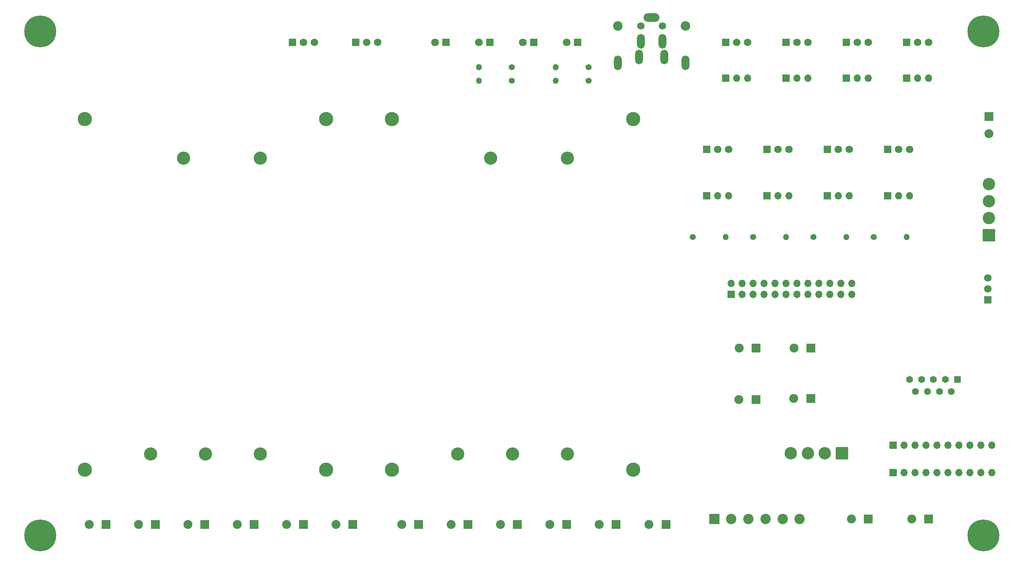
<source format=gbr>
%TF.GenerationSoftware,KiCad,Pcbnew,7.0.10-7.0.10~ubuntu22.04.1*%
%TF.CreationDate,2024-01-25T15:18:25-05:00*%
%TF.ProjectId,power-board,706f7765-722d-4626-9f61-72642e6b6963,rev?*%
%TF.SameCoordinates,Original*%
%TF.FileFunction,Soldermask,Bot*%
%TF.FilePolarity,Negative*%
%FSLAX46Y46*%
G04 Gerber Fmt 4.6, Leading zero omitted, Abs format (unit mm)*
G04 Created by KiCad (PCBNEW 7.0.10-7.0.10~ubuntu22.04.1) date 2024-01-25 15:18:25*
%MOMM*%
%LPD*%
G01*
G04 APERTURE LIST*
G04 Aperture macros list*
%AMRoundRect*
0 Rectangle with rounded corners*
0 $1 Rounding radius*
0 $2 $3 $4 $5 $6 $7 $8 $9 X,Y pos of 4 corners*
0 Add a 4 corners polygon primitive as box body*
4,1,4,$2,$3,$4,$5,$6,$7,$8,$9,$2,$3,0*
0 Add four circle primitives for the rounded corners*
1,1,$1+$1,$2,$3*
1,1,$1+$1,$4,$5*
1,1,$1+$1,$6,$7*
1,1,$1+$1,$8,$9*
0 Add four rect primitives between the rounded corners*
20,1,$1+$1,$2,$3,$4,$5,0*
20,1,$1+$1,$4,$5,$6,$7,0*
20,1,$1+$1,$6,$7,$8,$9,0*
20,1,$1+$1,$8,$9,$2,$3,0*%
G04 Aperture macros list end*
%ADD10C,1.400000*%
%ADD11O,1.400000X1.400000*%
%ADD12C,7.400000*%
%ADD13RoundRect,0.102000X-0.935000X-0.935000X0.935000X-0.935000X0.935000X0.935000X-0.935000X0.935000X0*%
%ADD14C,2.074000*%
%ADD15RoundRect,0.102000X-0.762000X-0.762000X0.762000X-0.762000X0.762000X0.762000X-0.762000X0.762000X0*%
%ADD16C,1.728000*%
%ADD17RoundRect,0.102000X0.935000X-0.935000X0.935000X0.935000X-0.935000X0.935000X-0.935000X-0.935000X0*%
%ADD18RoundRect,0.102000X0.762000X-0.762000X0.762000X0.762000X-0.762000X0.762000X-0.762000X-0.762000X0*%
%ADD19R,1.700000X1.700000*%
%ADD20O,1.700000X1.700000*%
%ADD21C,3.302000*%
%ADD22C,3.048000*%
%ADD23R,1.800000X1.800000*%
%ADD24C,1.800000*%
%ADD25RoundRect,0.102000X1.335000X-1.335000X1.335000X1.335000X-1.335000X1.335000X-1.335000X-1.335000X0*%
%ADD26C,2.874000*%
%ADD27RoundRect,0.250001X-0.949999X-0.949999X0.949999X-0.949999X0.949999X0.949999X-0.949999X0.949999X0*%
%ADD28C,2.400000*%
%ADD29C,2.200000*%
%ADD30C,1.700000*%
%ADD31O,1.804000X3.404000*%
%ADD32O,3.704000X1.954000*%
%ADD33RoundRect,0.102000X1.335000X1.335000X-1.335000X1.335000X-1.335000X-1.335000X1.335000X-1.335000X0*%
%ADD34R,1.600000X1.600000*%
%ADD35C,1.600000*%
G04 APERTURE END LIST*
D10*
%TO.C,R7*%
X204470000Y-70485000D03*
D11*
X212090000Y-70485000D03*
%TD*%
D12*
%TO.C,H4*%
X243840000Y-139700000D03*
%TD*%
D13*
%TO.C,J14*%
X191176500Y-96264000D03*
D14*
X187216500Y-96264000D03*
%TD*%
D15*
%TO.C,TP2*%
X83820000Y-25400000D03*
D16*
X86360000Y-25400000D03*
X88900000Y-25400000D03*
%TD*%
D10*
%TO.C,R3*%
X134620000Y-34290000D03*
D11*
X127000000Y-34290000D03*
%TD*%
D10*
%TO.C,R1*%
X134620000Y-31115000D03*
D11*
X127000000Y-31115000D03*
%TD*%
D12*
%TO.C,H3*%
X25400000Y-139700000D03*
%TD*%
D17*
%TO.C,J6*%
X245110000Y-42545000D03*
D14*
X245110000Y-46505000D03*
%TD*%
D13*
%TO.C,J22*%
X217170000Y-135890000D03*
D14*
X213210000Y-135890000D03*
%TD*%
D13*
%TO.C,J17*%
X191135000Y-108204000D03*
D14*
X187175000Y-108204000D03*
%TD*%
D15*
%TO.C,J7*%
X179705000Y-50165000D03*
D16*
X182245000Y-50165000D03*
X184785000Y-50165000D03*
%TD*%
D15*
%TO.C,J1*%
X184150000Y-25376500D03*
D16*
X186690000Y-25376500D03*
X189230000Y-25376500D03*
%TD*%
D18*
%TO.C,J12*%
X244797500Y-85090000D03*
D16*
X244797500Y-82550000D03*
X244797500Y-80010000D03*
%TD*%
D19*
%TO.C,J36*%
X222885000Y-118745000D03*
D20*
X225425000Y-118745000D03*
X227965000Y-118745000D03*
X230505000Y-118745000D03*
X233045000Y-118745000D03*
X235585000Y-118745000D03*
X238125000Y-118745000D03*
X240665000Y-118745000D03*
X243205000Y-118745000D03*
X245745000Y-118745000D03*
%TD*%
D21*
%TO.C,U1*%
X91567000Y-43180000D03*
X35687000Y-43180000D03*
X91567000Y-124460000D03*
X35687000Y-124460000D03*
D22*
X58547000Y-52197000D03*
X76327000Y-52197000D03*
X50927000Y-120777000D03*
X63627000Y-120777000D03*
X76327000Y-120777000D03*
%TD*%
D10*
%TO.C,R8*%
X218440000Y-70485000D03*
D11*
X226060000Y-70485000D03*
%TD*%
D15*
%TO.C,J9*%
X207645000Y-50165000D03*
D16*
X210185000Y-50165000D03*
X212725000Y-50165000D03*
%TD*%
D15*
%TO.C,J2*%
X198120000Y-25376500D03*
D16*
X200660000Y-25376500D03*
X203200000Y-25376500D03*
%TD*%
D23*
%TO.C,D4*%
X149860000Y-25400000D03*
D24*
X147320000Y-25400000D03*
%TD*%
D13*
%TO.C,J18*%
X203835000Y-107950000D03*
D14*
X199875000Y-107950000D03*
%TD*%
D25*
%TO.C,J11*%
X245062500Y-70075000D03*
D26*
X245062500Y-66115000D03*
X245062500Y-62155000D03*
X245062500Y-58195000D03*
%TD*%
D15*
%TO.C,TP1*%
X98425000Y-25400000D03*
D16*
X100965000Y-25400000D03*
X103505000Y-25400000D03*
%TD*%
D13*
%TO.C,J31*%
X124460000Y-137160000D03*
D14*
X120500000Y-137160000D03*
%TD*%
D23*
%TO.C,D3*%
X139700000Y-25400000D03*
D24*
X137160000Y-25400000D03*
%TD*%
D19*
%TO.C,JP1*%
X184135000Y-33655000D03*
D20*
X186675000Y-33655000D03*
X189215000Y-33655000D03*
%TD*%
D13*
%TO.C,J25*%
X52070000Y-137160000D03*
D14*
X48110000Y-137160000D03*
%TD*%
D19*
%TO.C,JP7*%
X207645000Y-60960000D03*
D20*
X210185000Y-60960000D03*
X212725000Y-60960000D03*
%TD*%
D21*
%TO.C,U2*%
X162687000Y-43180000D03*
X106807000Y-43180000D03*
X162687000Y-124460000D03*
X106807000Y-124460000D03*
D22*
X129667000Y-52197000D03*
X147447000Y-52197000D03*
X122047000Y-120777000D03*
X134747000Y-120777000D03*
X147447000Y-120777000D03*
%TD*%
D19*
%TO.C,JP4*%
X226060000Y-33655000D03*
D20*
X228600000Y-33655000D03*
X231140000Y-33655000D03*
%TD*%
D13*
%TO.C,J23*%
X231140000Y-135890000D03*
D14*
X227180000Y-135890000D03*
%TD*%
D13*
%TO.C,J32*%
X135890000Y-137160000D03*
D14*
X131930000Y-137160000D03*
%TD*%
D27*
%TO.C,J21*%
X181460000Y-135890000D03*
D28*
X185420000Y-135890000D03*
X189380000Y-135890000D03*
X193340000Y-135890000D03*
X197300000Y-135890000D03*
X201260000Y-135890000D03*
%TD*%
D10*
%TO.C,R5*%
X176530000Y-70485000D03*
D11*
X184150000Y-70485000D03*
%TD*%
D13*
%TO.C,J24*%
X40640000Y-137160000D03*
D14*
X36680000Y-137160000D03*
%TD*%
D10*
%TO.C,R4*%
X152400000Y-34290000D03*
D11*
X144780000Y-34290000D03*
%TD*%
D19*
%TO.C,J13*%
X185420000Y-83820000D03*
D20*
X185420000Y-81280000D03*
X187960000Y-83820000D03*
X187960000Y-81280000D03*
X190500000Y-83820000D03*
X190500000Y-81280000D03*
X193040000Y-83820000D03*
X193040000Y-81280000D03*
X195580000Y-83820000D03*
X195580000Y-81280000D03*
X198120000Y-83820000D03*
X198120000Y-81280000D03*
X200660000Y-83820000D03*
X200660000Y-81280000D03*
X203200000Y-83820000D03*
X203200000Y-81280000D03*
X205740000Y-83820000D03*
X205740000Y-81280000D03*
X208280000Y-83820000D03*
X208280000Y-81280000D03*
X210820000Y-83820000D03*
X210820000Y-81280000D03*
X213360000Y-83820000D03*
X213360000Y-81280000D03*
%TD*%
D13*
%TO.C,J15*%
X203876500Y-96264000D03*
D14*
X199916500Y-96264000D03*
%TD*%
D19*
%TO.C,J20*%
X222885000Y-125095000D03*
D20*
X225425000Y-125095000D03*
X227965000Y-125095000D03*
X230505000Y-125095000D03*
X233045000Y-125095000D03*
X235585000Y-125095000D03*
X238125000Y-125095000D03*
X240665000Y-125095000D03*
X243205000Y-125095000D03*
X245745000Y-125095000D03*
%TD*%
D19*
%TO.C,JP3*%
X212090000Y-33655000D03*
D20*
X214630000Y-33655000D03*
X217170000Y-33655000D03*
%TD*%
D12*
%TO.C,H1*%
X25400000Y-22860000D03*
%TD*%
D15*
%TO.C,J3*%
X212090000Y-25376500D03*
D16*
X214630000Y-25376500D03*
X217170000Y-25376500D03*
%TD*%
D13*
%TO.C,J29*%
X97790000Y-137160000D03*
D14*
X93830000Y-137160000D03*
%TD*%
D10*
%TO.C,R6*%
X190500000Y-70485000D03*
D11*
X198120000Y-70485000D03*
%TD*%
D13*
%TO.C,J30*%
X113030000Y-137160000D03*
D14*
X109070000Y-137160000D03*
%TD*%
D29*
%TO.C,J5*%
X174765000Y-21590000D03*
D30*
X169465000Y-21590000D03*
X164465000Y-21590000D03*
D29*
X159165000Y-21590000D03*
D31*
X169865000Y-28740000D03*
X164065000Y-28740000D03*
X169465000Y-25090000D03*
X164465000Y-25090000D03*
D32*
X166965000Y-19590000D03*
D31*
X174765000Y-30090000D03*
X159165000Y-30090000D03*
%TD*%
D13*
%TO.C,J27*%
X74930000Y-137160000D03*
D14*
X70970000Y-137160000D03*
%TD*%
D13*
%TO.C,J34*%
X158750000Y-137160000D03*
D14*
X154790000Y-137160000D03*
%TD*%
D19*
%TO.C,JP5*%
X179705000Y-60960000D03*
D20*
X182245000Y-60960000D03*
X184785000Y-60960000D03*
%TD*%
D13*
%TO.C,J28*%
X86360000Y-137160000D03*
D14*
X82400000Y-137160000D03*
%TD*%
D33*
%TO.C,J19*%
X211045000Y-120650000D03*
D26*
X207085000Y-120650000D03*
X203125000Y-120650000D03*
X199165000Y-120650000D03*
%TD*%
D23*
%TO.C,D2*%
X129540000Y-25400000D03*
D24*
X127000000Y-25400000D03*
%TD*%
D13*
%TO.C,J35*%
X170330000Y-137160000D03*
D14*
X166370000Y-137160000D03*
%TD*%
D34*
%TO.C,J16*%
X237775000Y-103505000D03*
D35*
X235005000Y-103505000D03*
X232235000Y-103505000D03*
X229465000Y-103505000D03*
X226695000Y-103505000D03*
X236390000Y-106345000D03*
X233620000Y-106345000D03*
X230850000Y-106345000D03*
X228080000Y-106345000D03*
%TD*%
D19*
%TO.C,JP2*%
X198120000Y-33655000D03*
D20*
X200660000Y-33655000D03*
X203200000Y-33655000D03*
%TD*%
D12*
%TO.C,H2*%
X243840000Y-22860000D03*
%TD*%
D23*
%TO.C,D1*%
X119380000Y-25400000D03*
D24*
X116840000Y-25400000D03*
%TD*%
D15*
%TO.C,J4*%
X226060000Y-25376500D03*
D16*
X228600000Y-25376500D03*
X231140000Y-25376500D03*
%TD*%
D19*
%TO.C,JP8*%
X221615000Y-60960000D03*
D20*
X224155000Y-60960000D03*
X226695000Y-60960000D03*
%TD*%
D15*
%TO.C,J10*%
X221615000Y-50165000D03*
D16*
X224155000Y-50165000D03*
X226695000Y-50165000D03*
%TD*%
D19*
%TO.C,JP6*%
X193675000Y-60960000D03*
D20*
X196215000Y-60960000D03*
X198755000Y-60960000D03*
%TD*%
D10*
%TO.C,R2*%
X152400000Y-31115000D03*
D11*
X144780000Y-31115000D03*
%TD*%
D13*
%TO.C,J33*%
X147320000Y-137160000D03*
D14*
X143360000Y-137160000D03*
%TD*%
D15*
%TO.C,J8*%
X193675000Y-50165000D03*
D16*
X196215000Y-50165000D03*
X198755000Y-50165000D03*
%TD*%
D13*
%TO.C,J26*%
X63500000Y-137160000D03*
D14*
X59540000Y-137160000D03*
%TD*%
M02*

</source>
